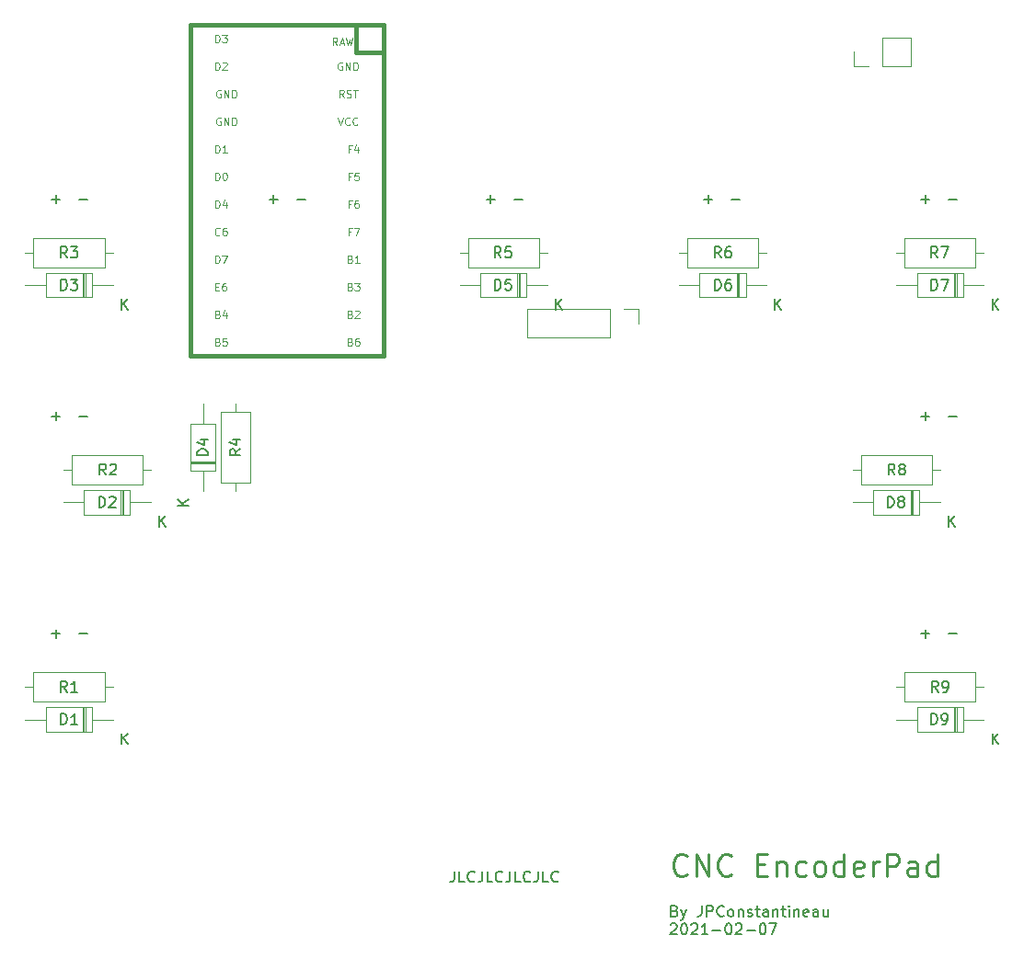
<source format=gbr>
G04 #@! TF.GenerationSoftware,KiCad,Pcbnew,(5.1.9)-1*
G04 #@! TF.CreationDate,2021-02-07T16:45:38-06:00*
G04 #@! TF.ProjectId,4x4_CNC_encoder_PCB,3478345f-434e-4435-9f65-6e636f646572,rev?*
G04 #@! TF.SameCoordinates,Original*
G04 #@! TF.FileFunction,Legend,Top*
G04 #@! TF.FilePolarity,Positive*
%FSLAX46Y46*%
G04 Gerber Fmt 4.6, Leading zero omitted, Abs format (unit mm)*
G04 Created by KiCad (PCBNEW (5.1.9)-1) date 2021-02-07 16:45:38*
%MOMM*%
%LPD*%
G01*
G04 APERTURE LIST*
%ADD10C,0.150000*%
%ADD11C,0.250000*%
%ADD12C,0.120000*%
%ADD13C,0.381000*%
%ADD14C,0.100000*%
G04 APERTURE END LIST*
D10*
X115668928Y-144103571D02*
X115811785Y-144151190D01*
X115859404Y-144198809D01*
X115907023Y-144294047D01*
X115907023Y-144436904D01*
X115859404Y-144532142D01*
X115811785Y-144579761D01*
X115716547Y-144627380D01*
X115335595Y-144627380D01*
X115335595Y-143627380D01*
X115668928Y-143627380D01*
X115764166Y-143675000D01*
X115811785Y-143722619D01*
X115859404Y-143817857D01*
X115859404Y-143913095D01*
X115811785Y-144008333D01*
X115764166Y-144055952D01*
X115668928Y-144103571D01*
X115335595Y-144103571D01*
X116240357Y-143960714D02*
X116478452Y-144627380D01*
X116716547Y-143960714D02*
X116478452Y-144627380D01*
X116383214Y-144865476D01*
X116335595Y-144913095D01*
X116240357Y-144960714D01*
X118145119Y-143627380D02*
X118145119Y-144341666D01*
X118097500Y-144484523D01*
X118002261Y-144579761D01*
X117859404Y-144627380D01*
X117764166Y-144627380D01*
X118621309Y-144627380D02*
X118621309Y-143627380D01*
X119002261Y-143627380D01*
X119097500Y-143675000D01*
X119145119Y-143722619D01*
X119192738Y-143817857D01*
X119192738Y-143960714D01*
X119145119Y-144055952D01*
X119097500Y-144103571D01*
X119002261Y-144151190D01*
X118621309Y-144151190D01*
X120192738Y-144532142D02*
X120145119Y-144579761D01*
X120002261Y-144627380D01*
X119907023Y-144627380D01*
X119764166Y-144579761D01*
X119668928Y-144484523D01*
X119621309Y-144389285D01*
X119573690Y-144198809D01*
X119573690Y-144055952D01*
X119621309Y-143865476D01*
X119668928Y-143770238D01*
X119764166Y-143675000D01*
X119907023Y-143627380D01*
X120002261Y-143627380D01*
X120145119Y-143675000D01*
X120192738Y-143722619D01*
X120764166Y-144627380D02*
X120668928Y-144579761D01*
X120621309Y-144532142D01*
X120573690Y-144436904D01*
X120573690Y-144151190D01*
X120621309Y-144055952D01*
X120668928Y-144008333D01*
X120764166Y-143960714D01*
X120907023Y-143960714D01*
X121002261Y-144008333D01*
X121049880Y-144055952D01*
X121097500Y-144151190D01*
X121097500Y-144436904D01*
X121049880Y-144532142D01*
X121002261Y-144579761D01*
X120907023Y-144627380D01*
X120764166Y-144627380D01*
X121526071Y-143960714D02*
X121526071Y-144627380D01*
X121526071Y-144055952D02*
X121573690Y-144008333D01*
X121668928Y-143960714D01*
X121811785Y-143960714D01*
X121907023Y-144008333D01*
X121954642Y-144103571D01*
X121954642Y-144627380D01*
X122383214Y-144579761D02*
X122478452Y-144627380D01*
X122668928Y-144627380D01*
X122764166Y-144579761D01*
X122811785Y-144484523D01*
X122811785Y-144436904D01*
X122764166Y-144341666D01*
X122668928Y-144294047D01*
X122526071Y-144294047D01*
X122430833Y-144246428D01*
X122383214Y-144151190D01*
X122383214Y-144103571D01*
X122430833Y-144008333D01*
X122526071Y-143960714D01*
X122668928Y-143960714D01*
X122764166Y-144008333D01*
X123097500Y-143960714D02*
X123478452Y-143960714D01*
X123240357Y-143627380D02*
X123240357Y-144484523D01*
X123287976Y-144579761D01*
X123383214Y-144627380D01*
X123478452Y-144627380D01*
X124240357Y-144627380D02*
X124240357Y-144103571D01*
X124192738Y-144008333D01*
X124097500Y-143960714D01*
X123907023Y-143960714D01*
X123811785Y-144008333D01*
X124240357Y-144579761D02*
X124145119Y-144627380D01*
X123907023Y-144627380D01*
X123811785Y-144579761D01*
X123764166Y-144484523D01*
X123764166Y-144389285D01*
X123811785Y-144294047D01*
X123907023Y-144246428D01*
X124145119Y-144246428D01*
X124240357Y-144198809D01*
X124716547Y-143960714D02*
X124716547Y-144627380D01*
X124716547Y-144055952D02*
X124764166Y-144008333D01*
X124859404Y-143960714D01*
X125002261Y-143960714D01*
X125097500Y-144008333D01*
X125145119Y-144103571D01*
X125145119Y-144627380D01*
X125478452Y-143960714D02*
X125859404Y-143960714D01*
X125621309Y-143627380D02*
X125621309Y-144484523D01*
X125668928Y-144579761D01*
X125764166Y-144627380D01*
X125859404Y-144627380D01*
X126192738Y-144627380D02*
X126192738Y-143960714D01*
X126192738Y-143627380D02*
X126145119Y-143675000D01*
X126192738Y-143722619D01*
X126240357Y-143675000D01*
X126192738Y-143627380D01*
X126192738Y-143722619D01*
X126668928Y-143960714D02*
X126668928Y-144627380D01*
X126668928Y-144055952D02*
X126716547Y-144008333D01*
X126811785Y-143960714D01*
X126954642Y-143960714D01*
X127049880Y-144008333D01*
X127097500Y-144103571D01*
X127097500Y-144627380D01*
X127954642Y-144579761D02*
X127859404Y-144627380D01*
X127668928Y-144627380D01*
X127573690Y-144579761D01*
X127526071Y-144484523D01*
X127526071Y-144103571D01*
X127573690Y-144008333D01*
X127668928Y-143960714D01*
X127859404Y-143960714D01*
X127954642Y-144008333D01*
X128002261Y-144103571D01*
X128002261Y-144198809D01*
X127526071Y-144294047D01*
X128859404Y-144627380D02*
X128859404Y-144103571D01*
X128811785Y-144008333D01*
X128716547Y-143960714D01*
X128526071Y-143960714D01*
X128430833Y-144008333D01*
X128859404Y-144579761D02*
X128764166Y-144627380D01*
X128526071Y-144627380D01*
X128430833Y-144579761D01*
X128383214Y-144484523D01*
X128383214Y-144389285D01*
X128430833Y-144294047D01*
X128526071Y-144246428D01*
X128764166Y-144246428D01*
X128859404Y-144198809D01*
X129764166Y-143960714D02*
X129764166Y-144627380D01*
X129335595Y-143960714D02*
X129335595Y-144484523D01*
X129383214Y-144579761D01*
X129478452Y-144627380D01*
X129621309Y-144627380D01*
X129716547Y-144579761D01*
X129764166Y-144532142D01*
X115287976Y-145372619D02*
X115335595Y-145325000D01*
X115430833Y-145277380D01*
X115668928Y-145277380D01*
X115764166Y-145325000D01*
X115811785Y-145372619D01*
X115859404Y-145467857D01*
X115859404Y-145563095D01*
X115811785Y-145705952D01*
X115240357Y-146277380D01*
X115859404Y-146277380D01*
X116478452Y-145277380D02*
X116573690Y-145277380D01*
X116668928Y-145325000D01*
X116716547Y-145372619D01*
X116764166Y-145467857D01*
X116811785Y-145658333D01*
X116811785Y-145896428D01*
X116764166Y-146086904D01*
X116716547Y-146182142D01*
X116668928Y-146229761D01*
X116573690Y-146277380D01*
X116478452Y-146277380D01*
X116383214Y-146229761D01*
X116335595Y-146182142D01*
X116287976Y-146086904D01*
X116240357Y-145896428D01*
X116240357Y-145658333D01*
X116287976Y-145467857D01*
X116335595Y-145372619D01*
X116383214Y-145325000D01*
X116478452Y-145277380D01*
X117192738Y-145372619D02*
X117240357Y-145325000D01*
X117335595Y-145277380D01*
X117573690Y-145277380D01*
X117668928Y-145325000D01*
X117716547Y-145372619D01*
X117764166Y-145467857D01*
X117764166Y-145563095D01*
X117716547Y-145705952D01*
X117145119Y-146277380D01*
X117764166Y-146277380D01*
X118716547Y-146277380D02*
X118145119Y-146277380D01*
X118430833Y-146277380D02*
X118430833Y-145277380D01*
X118335595Y-145420238D01*
X118240357Y-145515476D01*
X118145119Y-145563095D01*
X119145119Y-145896428D02*
X119907023Y-145896428D01*
X120573690Y-145277380D02*
X120668928Y-145277380D01*
X120764166Y-145325000D01*
X120811785Y-145372619D01*
X120859404Y-145467857D01*
X120907023Y-145658333D01*
X120907023Y-145896428D01*
X120859404Y-146086904D01*
X120811785Y-146182142D01*
X120764166Y-146229761D01*
X120668928Y-146277380D01*
X120573690Y-146277380D01*
X120478452Y-146229761D01*
X120430833Y-146182142D01*
X120383214Y-146086904D01*
X120335595Y-145896428D01*
X120335595Y-145658333D01*
X120383214Y-145467857D01*
X120430833Y-145372619D01*
X120478452Y-145325000D01*
X120573690Y-145277380D01*
X121287976Y-145372619D02*
X121335595Y-145325000D01*
X121430833Y-145277380D01*
X121668928Y-145277380D01*
X121764166Y-145325000D01*
X121811785Y-145372619D01*
X121859404Y-145467857D01*
X121859404Y-145563095D01*
X121811785Y-145705952D01*
X121240357Y-146277380D01*
X121859404Y-146277380D01*
X122287976Y-145896428D02*
X123049880Y-145896428D01*
X123716547Y-145277380D02*
X123811785Y-145277380D01*
X123907023Y-145325000D01*
X123954642Y-145372619D01*
X124002261Y-145467857D01*
X124049880Y-145658333D01*
X124049880Y-145896428D01*
X124002261Y-146086904D01*
X123954642Y-146182142D01*
X123907023Y-146229761D01*
X123811785Y-146277380D01*
X123716547Y-146277380D01*
X123621309Y-146229761D01*
X123573690Y-146182142D01*
X123526071Y-146086904D01*
X123478452Y-145896428D01*
X123478452Y-145658333D01*
X123526071Y-145467857D01*
X123573690Y-145372619D01*
X123621309Y-145325000D01*
X123716547Y-145277380D01*
X124383214Y-145277380D02*
X125049880Y-145277380D01*
X124621309Y-146277380D01*
D11*
X116781547Y-140714285D02*
X116686309Y-140809523D01*
X116400595Y-140904761D01*
X116210119Y-140904761D01*
X115924404Y-140809523D01*
X115733928Y-140619047D01*
X115638690Y-140428571D01*
X115543452Y-140047619D01*
X115543452Y-139761904D01*
X115638690Y-139380952D01*
X115733928Y-139190476D01*
X115924404Y-139000000D01*
X116210119Y-138904761D01*
X116400595Y-138904761D01*
X116686309Y-139000000D01*
X116781547Y-139095238D01*
X117638690Y-140904761D02*
X117638690Y-138904761D01*
X118781547Y-140904761D01*
X118781547Y-138904761D01*
X120876785Y-140714285D02*
X120781547Y-140809523D01*
X120495833Y-140904761D01*
X120305357Y-140904761D01*
X120019642Y-140809523D01*
X119829166Y-140619047D01*
X119733928Y-140428571D01*
X119638690Y-140047619D01*
X119638690Y-139761904D01*
X119733928Y-139380952D01*
X119829166Y-139190476D01*
X120019642Y-139000000D01*
X120305357Y-138904761D01*
X120495833Y-138904761D01*
X120781547Y-139000000D01*
X120876785Y-139095238D01*
X123257738Y-139857142D02*
X123924404Y-139857142D01*
X124210119Y-140904761D02*
X123257738Y-140904761D01*
X123257738Y-138904761D01*
X124210119Y-138904761D01*
X125067261Y-139571428D02*
X125067261Y-140904761D01*
X125067261Y-139761904D02*
X125162500Y-139666666D01*
X125352976Y-139571428D01*
X125638690Y-139571428D01*
X125829166Y-139666666D01*
X125924404Y-139857142D01*
X125924404Y-140904761D01*
X127733928Y-140809523D02*
X127543452Y-140904761D01*
X127162500Y-140904761D01*
X126972023Y-140809523D01*
X126876785Y-140714285D01*
X126781547Y-140523809D01*
X126781547Y-139952380D01*
X126876785Y-139761904D01*
X126972023Y-139666666D01*
X127162500Y-139571428D01*
X127543452Y-139571428D01*
X127733928Y-139666666D01*
X128876785Y-140904761D02*
X128686309Y-140809523D01*
X128591071Y-140714285D01*
X128495833Y-140523809D01*
X128495833Y-139952380D01*
X128591071Y-139761904D01*
X128686309Y-139666666D01*
X128876785Y-139571428D01*
X129162500Y-139571428D01*
X129352976Y-139666666D01*
X129448214Y-139761904D01*
X129543452Y-139952380D01*
X129543452Y-140523809D01*
X129448214Y-140714285D01*
X129352976Y-140809523D01*
X129162500Y-140904761D01*
X128876785Y-140904761D01*
X131257738Y-140904761D02*
X131257738Y-138904761D01*
X131257738Y-140809523D02*
X131067261Y-140904761D01*
X130686309Y-140904761D01*
X130495833Y-140809523D01*
X130400595Y-140714285D01*
X130305357Y-140523809D01*
X130305357Y-139952380D01*
X130400595Y-139761904D01*
X130495833Y-139666666D01*
X130686309Y-139571428D01*
X131067261Y-139571428D01*
X131257738Y-139666666D01*
X132972023Y-140809523D02*
X132781547Y-140904761D01*
X132400595Y-140904761D01*
X132210119Y-140809523D01*
X132114880Y-140619047D01*
X132114880Y-139857142D01*
X132210119Y-139666666D01*
X132400595Y-139571428D01*
X132781547Y-139571428D01*
X132972023Y-139666666D01*
X133067261Y-139857142D01*
X133067261Y-140047619D01*
X132114880Y-140238095D01*
X133924404Y-140904761D02*
X133924404Y-139571428D01*
X133924404Y-139952380D02*
X134019642Y-139761904D01*
X134114880Y-139666666D01*
X134305357Y-139571428D01*
X134495833Y-139571428D01*
X135162500Y-140904761D02*
X135162500Y-138904761D01*
X135924404Y-138904761D01*
X136114880Y-139000000D01*
X136210119Y-139095238D01*
X136305357Y-139285714D01*
X136305357Y-139571428D01*
X136210119Y-139761904D01*
X136114880Y-139857142D01*
X135924404Y-139952380D01*
X135162500Y-139952380D01*
X138019642Y-140904761D02*
X138019642Y-139857142D01*
X137924404Y-139666666D01*
X137733928Y-139571428D01*
X137352976Y-139571428D01*
X137162500Y-139666666D01*
X138019642Y-140809523D02*
X137829166Y-140904761D01*
X137352976Y-140904761D01*
X137162500Y-140809523D01*
X137067261Y-140619047D01*
X137067261Y-140428571D01*
X137162500Y-140238095D01*
X137352976Y-140142857D01*
X137829166Y-140142857D01*
X138019642Y-140047619D01*
X139829166Y-140904761D02*
X139829166Y-138904761D01*
X139829166Y-140809523D02*
X139638690Y-140904761D01*
X139257738Y-140904761D01*
X139067261Y-140809523D01*
X138972023Y-140714285D01*
X138876785Y-140523809D01*
X138876785Y-139952380D01*
X138972023Y-139761904D01*
X139067261Y-139666666D01*
X139257738Y-139571428D01*
X139638690Y-139571428D01*
X139829166Y-139666666D01*
D10*
X95380952Y-140452380D02*
X95380952Y-141166666D01*
X95333333Y-141309523D01*
X95238095Y-141404761D01*
X95095238Y-141452380D01*
X95000000Y-141452380D01*
X96333333Y-141452380D02*
X95857142Y-141452380D01*
X95857142Y-140452380D01*
X97238095Y-141357142D02*
X97190476Y-141404761D01*
X97047619Y-141452380D01*
X96952380Y-141452380D01*
X96809523Y-141404761D01*
X96714285Y-141309523D01*
X96666666Y-141214285D01*
X96619047Y-141023809D01*
X96619047Y-140880952D01*
X96666666Y-140690476D01*
X96714285Y-140595238D01*
X96809523Y-140500000D01*
X96952380Y-140452380D01*
X97047619Y-140452380D01*
X97190476Y-140500000D01*
X97238095Y-140547619D01*
X97952380Y-140452380D02*
X97952380Y-141166666D01*
X97904761Y-141309523D01*
X97809523Y-141404761D01*
X97666666Y-141452380D01*
X97571428Y-141452380D01*
X98904761Y-141452380D02*
X98428571Y-141452380D01*
X98428571Y-140452380D01*
X99809523Y-141357142D02*
X99761904Y-141404761D01*
X99619047Y-141452380D01*
X99523809Y-141452380D01*
X99380952Y-141404761D01*
X99285714Y-141309523D01*
X99238095Y-141214285D01*
X99190476Y-141023809D01*
X99190476Y-140880952D01*
X99238095Y-140690476D01*
X99285714Y-140595238D01*
X99380952Y-140500000D01*
X99523809Y-140452380D01*
X99619047Y-140452380D01*
X99761904Y-140500000D01*
X99809523Y-140547619D01*
X100523809Y-140452380D02*
X100523809Y-141166666D01*
X100476190Y-141309523D01*
X100380952Y-141404761D01*
X100238095Y-141452380D01*
X100142857Y-141452380D01*
X101476190Y-141452380D02*
X101000000Y-141452380D01*
X101000000Y-140452380D01*
X102380952Y-141357142D02*
X102333333Y-141404761D01*
X102190476Y-141452380D01*
X102095238Y-141452380D01*
X101952380Y-141404761D01*
X101857142Y-141309523D01*
X101809523Y-141214285D01*
X101761904Y-141023809D01*
X101761904Y-140880952D01*
X101809523Y-140690476D01*
X101857142Y-140595238D01*
X101952380Y-140500000D01*
X102095238Y-140452380D01*
X102190476Y-140452380D01*
X102333333Y-140500000D01*
X102380952Y-140547619D01*
X103095238Y-140452380D02*
X103095238Y-141166666D01*
X103047619Y-141309523D01*
X102952380Y-141404761D01*
X102809523Y-141452380D01*
X102714285Y-141452380D01*
X104047619Y-141452380D02*
X103571428Y-141452380D01*
X103571428Y-140452380D01*
X104952380Y-141357142D02*
X104904761Y-141404761D01*
X104761904Y-141452380D01*
X104666666Y-141452380D01*
X104523809Y-141404761D01*
X104428571Y-141309523D01*
X104380952Y-141214285D01*
X104333333Y-141023809D01*
X104333333Y-140880952D01*
X104380952Y-140690476D01*
X104428571Y-140595238D01*
X104523809Y-140500000D01*
X104666666Y-140452380D01*
X104761904Y-140452380D01*
X104904761Y-140500000D01*
X104952380Y-140547619D01*
D12*
X132170000Y-66330000D02*
X132170000Y-65000000D01*
X133500000Y-66330000D02*
X132170000Y-66330000D01*
X134770000Y-66330000D02*
X134770000Y-63670000D01*
X134770000Y-63670000D02*
X137370000Y-63670000D01*
X134770000Y-66330000D02*
X137370000Y-66330000D01*
X137370000Y-66330000D02*
X137370000Y-63670000D01*
X144120000Y-123500000D02*
X143350000Y-123500000D01*
X136040000Y-123500000D02*
X136810000Y-123500000D01*
X143350000Y-122130000D02*
X136810000Y-122130000D01*
X143350000Y-124870000D02*
X143350000Y-122130000D01*
X136810000Y-124870000D02*
X143350000Y-124870000D01*
X136810000Y-122130000D02*
X136810000Y-124870000D01*
X140120000Y-103500000D02*
X139350000Y-103500000D01*
X132040000Y-103500000D02*
X132810000Y-103500000D01*
X139350000Y-102130000D02*
X132810000Y-102130000D01*
X139350000Y-104870000D02*
X139350000Y-102130000D01*
X132810000Y-104870000D02*
X139350000Y-104870000D01*
X132810000Y-102130000D02*
X132810000Y-104870000D01*
X144120000Y-83500000D02*
X143350000Y-83500000D01*
X136040000Y-83500000D02*
X136810000Y-83500000D01*
X143350000Y-82130000D02*
X136810000Y-82130000D01*
X143350000Y-84870000D02*
X143350000Y-82130000D01*
X136810000Y-84870000D02*
X143350000Y-84870000D01*
X136810000Y-82130000D02*
X136810000Y-84870000D01*
X124120000Y-83500000D02*
X123350000Y-83500000D01*
X116040000Y-83500000D02*
X116810000Y-83500000D01*
X123350000Y-82130000D02*
X116810000Y-82130000D01*
X123350000Y-84870000D02*
X123350000Y-82130000D01*
X116810000Y-84870000D02*
X123350000Y-84870000D01*
X116810000Y-82130000D02*
X116810000Y-84870000D01*
X103960000Y-83500000D02*
X103190000Y-83500000D01*
X95880000Y-83500000D02*
X96650000Y-83500000D01*
X103190000Y-82130000D02*
X96650000Y-82130000D01*
X103190000Y-84870000D02*
X103190000Y-82130000D01*
X96650000Y-84870000D02*
X103190000Y-84870000D01*
X96650000Y-82130000D02*
X96650000Y-84870000D01*
X75250000Y-105460000D02*
X75250000Y-104690000D01*
X75250000Y-97380000D02*
X75250000Y-98150000D01*
X76620000Y-104690000D02*
X76620000Y-98150000D01*
X73880000Y-104690000D02*
X76620000Y-104690000D01*
X73880000Y-98150000D02*
X73880000Y-104690000D01*
X76620000Y-98150000D02*
X73880000Y-98150000D01*
X63960000Y-83500000D02*
X63190000Y-83500000D01*
X55880000Y-83500000D02*
X56650000Y-83500000D01*
X63190000Y-82130000D02*
X56650000Y-82130000D01*
X63190000Y-84870000D02*
X63190000Y-82130000D01*
X56650000Y-84870000D02*
X63190000Y-84870000D01*
X56650000Y-82130000D02*
X56650000Y-84870000D01*
X67460000Y-103500000D02*
X66690000Y-103500000D01*
X59380000Y-103500000D02*
X60150000Y-103500000D01*
X66690000Y-102130000D02*
X60150000Y-102130000D01*
X66690000Y-104870000D02*
X66690000Y-102130000D01*
X60150000Y-104870000D02*
X66690000Y-104870000D01*
X60150000Y-102130000D02*
X60150000Y-104870000D01*
X63960000Y-123500000D02*
X63190000Y-123500000D01*
X55880000Y-123500000D02*
X56650000Y-123500000D01*
X63190000Y-122130000D02*
X56650000Y-122130000D01*
X63190000Y-124870000D02*
X63190000Y-122130000D01*
X56650000Y-124870000D02*
X63190000Y-124870000D01*
X56650000Y-122130000D02*
X56650000Y-124870000D01*
X141600000Y-127620000D02*
X141600000Y-125380000D01*
X141360000Y-127620000D02*
X141360000Y-125380000D01*
X141480000Y-127620000D02*
X141480000Y-125380000D01*
X136040000Y-126500000D02*
X137960000Y-126500000D01*
X144120000Y-126500000D02*
X142200000Y-126500000D01*
X137960000Y-127620000D02*
X142200000Y-127620000D01*
X137960000Y-125380000D02*
X137960000Y-127620000D01*
X142200000Y-125380000D02*
X137960000Y-125380000D01*
X142200000Y-127620000D02*
X142200000Y-125380000D01*
X137600000Y-107620000D02*
X137600000Y-105380000D01*
X137360000Y-107620000D02*
X137360000Y-105380000D01*
X137480000Y-107620000D02*
X137480000Y-105380000D01*
X132040000Y-106500000D02*
X133960000Y-106500000D01*
X140120000Y-106500000D02*
X138200000Y-106500000D01*
X133960000Y-107620000D02*
X138200000Y-107620000D01*
X133960000Y-105380000D02*
X133960000Y-107620000D01*
X138200000Y-105380000D02*
X133960000Y-105380000D01*
X138200000Y-107620000D02*
X138200000Y-105380000D01*
X141600000Y-87620000D02*
X141600000Y-85380000D01*
X141360000Y-87620000D02*
X141360000Y-85380000D01*
X141480000Y-87620000D02*
X141480000Y-85380000D01*
X136040000Y-86500000D02*
X137960000Y-86500000D01*
X144120000Y-86500000D02*
X142200000Y-86500000D01*
X137960000Y-87620000D02*
X142200000Y-87620000D01*
X137960000Y-85380000D02*
X137960000Y-87620000D01*
X142200000Y-85380000D02*
X137960000Y-85380000D01*
X142200000Y-87620000D02*
X142200000Y-85380000D01*
X121600000Y-87620000D02*
X121600000Y-85380000D01*
X121360000Y-87620000D02*
X121360000Y-85380000D01*
X121480000Y-87620000D02*
X121480000Y-85380000D01*
X116040000Y-86500000D02*
X117960000Y-86500000D01*
X124120000Y-86500000D02*
X122200000Y-86500000D01*
X117960000Y-87620000D02*
X122200000Y-87620000D01*
X117960000Y-85380000D02*
X117960000Y-87620000D01*
X122200000Y-85380000D02*
X117960000Y-85380000D01*
X122200000Y-87620000D02*
X122200000Y-85380000D01*
X101440000Y-87620000D02*
X101440000Y-85380000D01*
X101200000Y-87620000D02*
X101200000Y-85380000D01*
X101320000Y-87620000D02*
X101320000Y-85380000D01*
X95880000Y-86500000D02*
X97800000Y-86500000D01*
X103960000Y-86500000D02*
X102040000Y-86500000D01*
X97800000Y-87620000D02*
X102040000Y-87620000D01*
X97800000Y-85380000D02*
X97800000Y-87620000D01*
X102040000Y-85380000D02*
X97800000Y-85380000D01*
X102040000Y-87620000D02*
X102040000Y-85380000D01*
X71130000Y-102940000D02*
X73370000Y-102940000D01*
X71130000Y-102700000D02*
X73370000Y-102700000D01*
X71130000Y-102820000D02*
X73370000Y-102820000D01*
X72250000Y-97380000D02*
X72250000Y-99300000D01*
X72250000Y-105460000D02*
X72250000Y-103540000D01*
X71130000Y-99300000D02*
X71130000Y-103540000D01*
X73370000Y-99300000D02*
X71130000Y-99300000D01*
X73370000Y-103540000D02*
X73370000Y-99300000D01*
X71130000Y-103540000D02*
X73370000Y-103540000D01*
X61440000Y-87620000D02*
X61440000Y-85380000D01*
X61200000Y-87620000D02*
X61200000Y-85380000D01*
X61320000Y-87620000D02*
X61320000Y-85380000D01*
X55880000Y-86500000D02*
X57800000Y-86500000D01*
X63960000Y-86500000D02*
X62040000Y-86500000D01*
X57800000Y-87620000D02*
X62040000Y-87620000D01*
X57800000Y-85380000D02*
X57800000Y-87620000D01*
X62040000Y-85380000D02*
X57800000Y-85380000D01*
X62040000Y-87620000D02*
X62040000Y-85380000D01*
X64940000Y-107620000D02*
X64940000Y-105380000D01*
X64700000Y-107620000D02*
X64700000Y-105380000D01*
X64820000Y-107620000D02*
X64820000Y-105380000D01*
X59380000Y-106500000D02*
X61300000Y-106500000D01*
X67460000Y-106500000D02*
X65540000Y-106500000D01*
X61300000Y-107620000D02*
X65540000Y-107620000D01*
X61300000Y-105380000D02*
X61300000Y-107620000D01*
X65540000Y-105380000D02*
X61300000Y-105380000D01*
X65540000Y-107620000D02*
X65540000Y-105380000D01*
X61440000Y-127620000D02*
X61440000Y-125380000D01*
X61200000Y-127620000D02*
X61200000Y-125380000D01*
X61320000Y-127620000D02*
X61320000Y-125380000D01*
X55880000Y-126500000D02*
X57800000Y-126500000D01*
X63960000Y-126500000D02*
X62040000Y-126500000D01*
X57800000Y-127620000D02*
X62040000Y-127620000D01*
X57800000Y-125380000D02*
X57800000Y-127620000D01*
X62040000Y-125380000D02*
X57800000Y-125380000D01*
X62040000Y-127620000D02*
X62040000Y-125380000D01*
D13*
X71110000Y-62534000D02*
X88890000Y-62534000D01*
X88890000Y-62534000D02*
X88890000Y-93014000D01*
X88890000Y-93014000D02*
X71110000Y-93014000D01*
X71110000Y-93014000D02*
X71110000Y-62534000D01*
X86350000Y-62534000D02*
X86350000Y-65074000D01*
X86350000Y-65074000D02*
X88890000Y-65074000D01*
D12*
X112330000Y-88670000D02*
X112330000Y-90000000D01*
X111000000Y-88670000D02*
X112330000Y-88670000D01*
X109730000Y-88670000D02*
X109730000Y-91330000D01*
X109730000Y-91330000D02*
X102050000Y-91330000D01*
X109730000Y-88670000D02*
X102050000Y-88670000D01*
X102050000Y-88670000D02*
X102050000Y-91330000D01*
D10*
X139913333Y-123952380D02*
X139580000Y-123476190D01*
X139341904Y-123952380D02*
X139341904Y-122952380D01*
X139722857Y-122952380D01*
X139818095Y-123000000D01*
X139865714Y-123047619D01*
X139913333Y-123142857D01*
X139913333Y-123285714D01*
X139865714Y-123380952D01*
X139818095Y-123428571D01*
X139722857Y-123476190D01*
X139341904Y-123476190D01*
X140389523Y-123952380D02*
X140580000Y-123952380D01*
X140675238Y-123904761D01*
X140722857Y-123857142D01*
X140818095Y-123714285D01*
X140865714Y-123523809D01*
X140865714Y-123142857D01*
X140818095Y-123047619D01*
X140770476Y-123000000D01*
X140675238Y-122952380D01*
X140484761Y-122952380D01*
X140389523Y-123000000D01*
X140341904Y-123047619D01*
X140294285Y-123142857D01*
X140294285Y-123380952D01*
X140341904Y-123476190D01*
X140389523Y-123523809D01*
X140484761Y-123571428D01*
X140675238Y-123571428D01*
X140770476Y-123523809D01*
X140818095Y-123476190D01*
X140865714Y-123380952D01*
X135913333Y-103952380D02*
X135580000Y-103476190D01*
X135341904Y-103952380D02*
X135341904Y-102952380D01*
X135722857Y-102952380D01*
X135818095Y-103000000D01*
X135865714Y-103047619D01*
X135913333Y-103142857D01*
X135913333Y-103285714D01*
X135865714Y-103380952D01*
X135818095Y-103428571D01*
X135722857Y-103476190D01*
X135341904Y-103476190D01*
X136484761Y-103380952D02*
X136389523Y-103333333D01*
X136341904Y-103285714D01*
X136294285Y-103190476D01*
X136294285Y-103142857D01*
X136341904Y-103047619D01*
X136389523Y-103000000D01*
X136484761Y-102952380D01*
X136675238Y-102952380D01*
X136770476Y-103000000D01*
X136818095Y-103047619D01*
X136865714Y-103142857D01*
X136865714Y-103190476D01*
X136818095Y-103285714D01*
X136770476Y-103333333D01*
X136675238Y-103380952D01*
X136484761Y-103380952D01*
X136389523Y-103428571D01*
X136341904Y-103476190D01*
X136294285Y-103571428D01*
X136294285Y-103761904D01*
X136341904Y-103857142D01*
X136389523Y-103904761D01*
X136484761Y-103952380D01*
X136675238Y-103952380D01*
X136770476Y-103904761D01*
X136818095Y-103857142D01*
X136865714Y-103761904D01*
X136865714Y-103571428D01*
X136818095Y-103476190D01*
X136770476Y-103428571D01*
X136675238Y-103380952D01*
X139833333Y-83952380D02*
X139500000Y-83476190D01*
X139261904Y-83952380D02*
X139261904Y-82952380D01*
X139642857Y-82952380D01*
X139738095Y-83000000D01*
X139785714Y-83047619D01*
X139833333Y-83142857D01*
X139833333Y-83285714D01*
X139785714Y-83380952D01*
X139738095Y-83428571D01*
X139642857Y-83476190D01*
X139261904Y-83476190D01*
X140166666Y-82952380D02*
X140833333Y-82952380D01*
X140404761Y-83952380D01*
X119913333Y-83952380D02*
X119580000Y-83476190D01*
X119341904Y-83952380D02*
X119341904Y-82952380D01*
X119722857Y-82952380D01*
X119818095Y-83000000D01*
X119865714Y-83047619D01*
X119913333Y-83142857D01*
X119913333Y-83285714D01*
X119865714Y-83380952D01*
X119818095Y-83428571D01*
X119722857Y-83476190D01*
X119341904Y-83476190D01*
X120770476Y-82952380D02*
X120580000Y-82952380D01*
X120484761Y-83000000D01*
X120437142Y-83047619D01*
X120341904Y-83190476D01*
X120294285Y-83380952D01*
X120294285Y-83761904D01*
X120341904Y-83857142D01*
X120389523Y-83904761D01*
X120484761Y-83952380D01*
X120675238Y-83952380D01*
X120770476Y-83904761D01*
X120818095Y-83857142D01*
X120865714Y-83761904D01*
X120865714Y-83523809D01*
X120818095Y-83428571D01*
X120770476Y-83380952D01*
X120675238Y-83333333D01*
X120484761Y-83333333D01*
X120389523Y-83380952D01*
X120341904Y-83428571D01*
X120294285Y-83523809D01*
X99673333Y-83952380D02*
X99340000Y-83476190D01*
X99101904Y-83952380D02*
X99101904Y-82952380D01*
X99482857Y-82952380D01*
X99578095Y-83000000D01*
X99625714Y-83047619D01*
X99673333Y-83142857D01*
X99673333Y-83285714D01*
X99625714Y-83380952D01*
X99578095Y-83428571D01*
X99482857Y-83476190D01*
X99101904Y-83476190D01*
X100578095Y-82952380D02*
X100101904Y-82952380D01*
X100054285Y-83428571D01*
X100101904Y-83380952D01*
X100197142Y-83333333D01*
X100435238Y-83333333D01*
X100530476Y-83380952D01*
X100578095Y-83428571D01*
X100625714Y-83523809D01*
X100625714Y-83761904D01*
X100578095Y-83857142D01*
X100530476Y-83904761D01*
X100435238Y-83952380D01*
X100197142Y-83952380D01*
X100101904Y-83904761D01*
X100054285Y-83857142D01*
X75702380Y-101586666D02*
X75226190Y-101920000D01*
X75702380Y-102158095D02*
X74702380Y-102158095D01*
X74702380Y-101777142D01*
X74750000Y-101681904D01*
X74797619Y-101634285D01*
X74892857Y-101586666D01*
X75035714Y-101586666D01*
X75130952Y-101634285D01*
X75178571Y-101681904D01*
X75226190Y-101777142D01*
X75226190Y-102158095D01*
X75035714Y-100729523D02*
X75702380Y-100729523D01*
X74654761Y-100967619D02*
X75369047Y-101205714D01*
X75369047Y-100586666D01*
X59753333Y-83952380D02*
X59420000Y-83476190D01*
X59181904Y-83952380D02*
X59181904Y-82952380D01*
X59562857Y-82952380D01*
X59658095Y-83000000D01*
X59705714Y-83047619D01*
X59753333Y-83142857D01*
X59753333Y-83285714D01*
X59705714Y-83380952D01*
X59658095Y-83428571D01*
X59562857Y-83476190D01*
X59181904Y-83476190D01*
X60086666Y-82952380D02*
X60705714Y-82952380D01*
X60372380Y-83333333D01*
X60515238Y-83333333D01*
X60610476Y-83380952D01*
X60658095Y-83428571D01*
X60705714Y-83523809D01*
X60705714Y-83761904D01*
X60658095Y-83857142D01*
X60610476Y-83904761D01*
X60515238Y-83952380D01*
X60229523Y-83952380D01*
X60134285Y-83904761D01*
X60086666Y-83857142D01*
X63333333Y-103952380D02*
X63000000Y-103476190D01*
X62761904Y-103952380D02*
X62761904Y-102952380D01*
X63142857Y-102952380D01*
X63238095Y-103000000D01*
X63285714Y-103047619D01*
X63333333Y-103142857D01*
X63333333Y-103285714D01*
X63285714Y-103380952D01*
X63238095Y-103428571D01*
X63142857Y-103476190D01*
X62761904Y-103476190D01*
X63714285Y-103047619D02*
X63761904Y-103000000D01*
X63857142Y-102952380D01*
X64095238Y-102952380D01*
X64190476Y-103000000D01*
X64238095Y-103047619D01*
X64285714Y-103142857D01*
X64285714Y-103238095D01*
X64238095Y-103380952D01*
X63666666Y-103952380D01*
X64285714Y-103952380D01*
X59753333Y-123952380D02*
X59420000Y-123476190D01*
X59181904Y-123952380D02*
X59181904Y-122952380D01*
X59562857Y-122952380D01*
X59658095Y-123000000D01*
X59705714Y-123047619D01*
X59753333Y-123142857D01*
X59753333Y-123285714D01*
X59705714Y-123380952D01*
X59658095Y-123428571D01*
X59562857Y-123476190D01*
X59181904Y-123476190D01*
X60705714Y-123952380D02*
X60134285Y-123952380D01*
X60420000Y-123952380D02*
X60420000Y-122952380D01*
X60324761Y-123095238D01*
X60229523Y-123190476D01*
X60134285Y-123238095D01*
X139261904Y-126952380D02*
X139261904Y-125952380D01*
X139500000Y-125952380D01*
X139642857Y-126000000D01*
X139738095Y-126095238D01*
X139785714Y-126190476D01*
X139833333Y-126380952D01*
X139833333Y-126523809D01*
X139785714Y-126714285D01*
X139738095Y-126809523D01*
X139642857Y-126904761D01*
X139500000Y-126952380D01*
X139261904Y-126952380D01*
X140309523Y-126952380D02*
X140500000Y-126952380D01*
X140595238Y-126904761D01*
X140642857Y-126857142D01*
X140738095Y-126714285D01*
X140785714Y-126523809D01*
X140785714Y-126142857D01*
X140738095Y-126047619D01*
X140690476Y-126000000D01*
X140595238Y-125952380D01*
X140404761Y-125952380D01*
X140309523Y-126000000D01*
X140261904Y-126047619D01*
X140214285Y-126142857D01*
X140214285Y-126380952D01*
X140261904Y-126476190D01*
X140309523Y-126523809D01*
X140404761Y-126571428D01*
X140595238Y-126571428D01*
X140690476Y-126523809D01*
X140738095Y-126476190D01*
X140785714Y-126380952D01*
X144898095Y-128752380D02*
X144898095Y-127752380D01*
X145469523Y-128752380D02*
X145040952Y-128180952D01*
X145469523Y-127752380D02*
X144898095Y-128323809D01*
X135261904Y-106952380D02*
X135261904Y-105952380D01*
X135500000Y-105952380D01*
X135642857Y-106000000D01*
X135738095Y-106095238D01*
X135785714Y-106190476D01*
X135833333Y-106380952D01*
X135833333Y-106523809D01*
X135785714Y-106714285D01*
X135738095Y-106809523D01*
X135642857Y-106904761D01*
X135500000Y-106952380D01*
X135261904Y-106952380D01*
X136404761Y-106380952D02*
X136309523Y-106333333D01*
X136261904Y-106285714D01*
X136214285Y-106190476D01*
X136214285Y-106142857D01*
X136261904Y-106047619D01*
X136309523Y-106000000D01*
X136404761Y-105952380D01*
X136595238Y-105952380D01*
X136690476Y-106000000D01*
X136738095Y-106047619D01*
X136785714Y-106142857D01*
X136785714Y-106190476D01*
X136738095Y-106285714D01*
X136690476Y-106333333D01*
X136595238Y-106380952D01*
X136404761Y-106380952D01*
X136309523Y-106428571D01*
X136261904Y-106476190D01*
X136214285Y-106571428D01*
X136214285Y-106761904D01*
X136261904Y-106857142D01*
X136309523Y-106904761D01*
X136404761Y-106952380D01*
X136595238Y-106952380D01*
X136690476Y-106904761D01*
X136738095Y-106857142D01*
X136785714Y-106761904D01*
X136785714Y-106571428D01*
X136738095Y-106476190D01*
X136690476Y-106428571D01*
X136595238Y-106380952D01*
X140898095Y-108752380D02*
X140898095Y-107752380D01*
X141469523Y-108752380D02*
X141040952Y-108180952D01*
X141469523Y-107752380D02*
X140898095Y-108323809D01*
X139261904Y-86952380D02*
X139261904Y-85952380D01*
X139500000Y-85952380D01*
X139642857Y-86000000D01*
X139738095Y-86095238D01*
X139785714Y-86190476D01*
X139833333Y-86380952D01*
X139833333Y-86523809D01*
X139785714Y-86714285D01*
X139738095Y-86809523D01*
X139642857Y-86904761D01*
X139500000Y-86952380D01*
X139261904Y-86952380D01*
X140166666Y-85952380D02*
X140833333Y-85952380D01*
X140404761Y-86952380D01*
X144898095Y-88752380D02*
X144898095Y-87752380D01*
X145469523Y-88752380D02*
X145040952Y-88180952D01*
X145469523Y-87752380D02*
X144898095Y-88323809D01*
X119341904Y-86952380D02*
X119341904Y-85952380D01*
X119580000Y-85952380D01*
X119722857Y-86000000D01*
X119818095Y-86095238D01*
X119865714Y-86190476D01*
X119913333Y-86380952D01*
X119913333Y-86523809D01*
X119865714Y-86714285D01*
X119818095Y-86809523D01*
X119722857Y-86904761D01*
X119580000Y-86952380D01*
X119341904Y-86952380D01*
X120770476Y-85952380D02*
X120580000Y-85952380D01*
X120484761Y-86000000D01*
X120437142Y-86047619D01*
X120341904Y-86190476D01*
X120294285Y-86380952D01*
X120294285Y-86761904D01*
X120341904Y-86857142D01*
X120389523Y-86904761D01*
X120484761Y-86952380D01*
X120675238Y-86952380D01*
X120770476Y-86904761D01*
X120818095Y-86857142D01*
X120865714Y-86761904D01*
X120865714Y-86523809D01*
X120818095Y-86428571D01*
X120770476Y-86380952D01*
X120675238Y-86333333D01*
X120484761Y-86333333D01*
X120389523Y-86380952D01*
X120341904Y-86428571D01*
X120294285Y-86523809D01*
X124898095Y-88752380D02*
X124898095Y-87752380D01*
X125469523Y-88752380D02*
X125040952Y-88180952D01*
X125469523Y-87752380D02*
X124898095Y-88323809D01*
X99101904Y-86952380D02*
X99101904Y-85952380D01*
X99340000Y-85952380D01*
X99482857Y-86000000D01*
X99578095Y-86095238D01*
X99625714Y-86190476D01*
X99673333Y-86380952D01*
X99673333Y-86523809D01*
X99625714Y-86714285D01*
X99578095Y-86809523D01*
X99482857Y-86904761D01*
X99340000Y-86952380D01*
X99101904Y-86952380D01*
X100578095Y-85952380D02*
X100101904Y-85952380D01*
X100054285Y-86428571D01*
X100101904Y-86380952D01*
X100197142Y-86333333D01*
X100435238Y-86333333D01*
X100530476Y-86380952D01*
X100578095Y-86428571D01*
X100625714Y-86523809D01*
X100625714Y-86761904D01*
X100578095Y-86857142D01*
X100530476Y-86904761D01*
X100435238Y-86952380D01*
X100197142Y-86952380D01*
X100101904Y-86904761D01*
X100054285Y-86857142D01*
X104738095Y-88752380D02*
X104738095Y-87752380D01*
X105309523Y-88752380D02*
X104880952Y-88180952D01*
X105309523Y-87752380D02*
X104738095Y-88323809D01*
X72702380Y-102158095D02*
X71702380Y-102158095D01*
X71702380Y-101920000D01*
X71750000Y-101777142D01*
X71845238Y-101681904D01*
X71940476Y-101634285D01*
X72130952Y-101586666D01*
X72273809Y-101586666D01*
X72464285Y-101634285D01*
X72559523Y-101681904D01*
X72654761Y-101777142D01*
X72702380Y-101920000D01*
X72702380Y-102158095D01*
X72035714Y-100729523D02*
X72702380Y-100729523D01*
X71654761Y-100967619D02*
X72369047Y-101205714D01*
X72369047Y-100586666D01*
X70902380Y-106761904D02*
X69902380Y-106761904D01*
X70902380Y-106190476D02*
X70330952Y-106619047D01*
X69902380Y-106190476D02*
X70473809Y-106761904D01*
X59181904Y-86952380D02*
X59181904Y-85952380D01*
X59420000Y-85952380D01*
X59562857Y-86000000D01*
X59658095Y-86095238D01*
X59705714Y-86190476D01*
X59753333Y-86380952D01*
X59753333Y-86523809D01*
X59705714Y-86714285D01*
X59658095Y-86809523D01*
X59562857Y-86904761D01*
X59420000Y-86952380D01*
X59181904Y-86952380D01*
X60086666Y-85952380D02*
X60705714Y-85952380D01*
X60372380Y-86333333D01*
X60515238Y-86333333D01*
X60610476Y-86380952D01*
X60658095Y-86428571D01*
X60705714Y-86523809D01*
X60705714Y-86761904D01*
X60658095Y-86857142D01*
X60610476Y-86904761D01*
X60515238Y-86952380D01*
X60229523Y-86952380D01*
X60134285Y-86904761D01*
X60086666Y-86857142D01*
X64738095Y-88752380D02*
X64738095Y-87752380D01*
X65309523Y-88752380D02*
X64880952Y-88180952D01*
X65309523Y-87752380D02*
X64738095Y-88323809D01*
X62681904Y-106952380D02*
X62681904Y-105952380D01*
X62920000Y-105952380D01*
X63062857Y-106000000D01*
X63158095Y-106095238D01*
X63205714Y-106190476D01*
X63253333Y-106380952D01*
X63253333Y-106523809D01*
X63205714Y-106714285D01*
X63158095Y-106809523D01*
X63062857Y-106904761D01*
X62920000Y-106952380D01*
X62681904Y-106952380D01*
X63634285Y-106047619D02*
X63681904Y-106000000D01*
X63777142Y-105952380D01*
X64015238Y-105952380D01*
X64110476Y-106000000D01*
X64158095Y-106047619D01*
X64205714Y-106142857D01*
X64205714Y-106238095D01*
X64158095Y-106380952D01*
X63586666Y-106952380D01*
X64205714Y-106952380D01*
X68238095Y-108752380D02*
X68238095Y-107752380D01*
X68809523Y-108752380D02*
X68380952Y-108180952D01*
X68809523Y-107752380D02*
X68238095Y-108323809D01*
X59181904Y-126952380D02*
X59181904Y-125952380D01*
X59420000Y-125952380D01*
X59562857Y-126000000D01*
X59658095Y-126095238D01*
X59705714Y-126190476D01*
X59753333Y-126380952D01*
X59753333Y-126523809D01*
X59705714Y-126714285D01*
X59658095Y-126809523D01*
X59562857Y-126904761D01*
X59420000Y-126952380D01*
X59181904Y-126952380D01*
X60705714Y-126952380D02*
X60134285Y-126952380D01*
X60420000Y-126952380D02*
X60420000Y-125952380D01*
X60324761Y-126095238D01*
X60229523Y-126190476D01*
X60134285Y-126238095D01*
X64738095Y-128752380D02*
X64738095Y-127752380D01*
X65309523Y-128752380D02*
X64880952Y-128180952D01*
X65309523Y-127752380D02*
X64738095Y-128323809D01*
X140889047Y-118571428D02*
X141650952Y-118571428D01*
X138349047Y-118571428D02*
X139110952Y-118571428D01*
X138730000Y-118952380D02*
X138730000Y-118190476D01*
X140889047Y-98571428D02*
X141650952Y-98571428D01*
X138349047Y-98571428D02*
X139110952Y-98571428D01*
X138730000Y-98952380D02*
X138730000Y-98190476D01*
X140889047Y-78571428D02*
X141650952Y-78571428D01*
X138349047Y-78571428D02*
X139110952Y-78571428D01*
X138730000Y-78952380D02*
X138730000Y-78190476D01*
X120889047Y-78571428D02*
X121650952Y-78571428D01*
X118349047Y-78571428D02*
X119110952Y-78571428D01*
X118730000Y-78952380D02*
X118730000Y-78190476D01*
X100889047Y-78571428D02*
X101650952Y-78571428D01*
X98349047Y-78571428D02*
X99110952Y-78571428D01*
X98730000Y-78952380D02*
X98730000Y-78190476D01*
X80889047Y-78571428D02*
X81650952Y-78571428D01*
X78349047Y-78571428D02*
X79110952Y-78571428D01*
X78730000Y-78952380D02*
X78730000Y-78190476D01*
X60889047Y-78571428D02*
X61650952Y-78571428D01*
X58349047Y-78571428D02*
X59110952Y-78571428D01*
X58730000Y-78952380D02*
X58730000Y-78190476D01*
X60889047Y-98571428D02*
X61650952Y-98571428D01*
X58349047Y-98571428D02*
X59110952Y-98571428D01*
X58730000Y-98952380D02*
X58730000Y-98190476D01*
X60889047Y-118571428D02*
X61650952Y-118571428D01*
X58349047Y-118571428D02*
X59110952Y-118571428D01*
X58730000Y-118952380D02*
X58730000Y-118190476D01*
D14*
X73620666Y-91694000D02*
X73720666Y-91727333D01*
X73754000Y-91760666D01*
X73787333Y-91827333D01*
X73787333Y-91927333D01*
X73754000Y-91994000D01*
X73720666Y-92027333D01*
X73654000Y-92060666D01*
X73387333Y-92060666D01*
X73387333Y-91360666D01*
X73620666Y-91360666D01*
X73687333Y-91394000D01*
X73720666Y-91427333D01*
X73754000Y-91494000D01*
X73754000Y-91560666D01*
X73720666Y-91627333D01*
X73687333Y-91660666D01*
X73620666Y-91694000D01*
X73387333Y-91694000D01*
X74420666Y-91360666D02*
X74087333Y-91360666D01*
X74054000Y-91694000D01*
X74087333Y-91660666D01*
X74154000Y-91627333D01*
X74320666Y-91627333D01*
X74387333Y-91660666D01*
X74420666Y-91694000D01*
X74454000Y-91760666D01*
X74454000Y-91927333D01*
X74420666Y-91994000D01*
X74387333Y-92027333D01*
X74320666Y-92060666D01*
X74154000Y-92060666D01*
X74087333Y-92027333D01*
X74054000Y-91994000D01*
X73620666Y-89154000D02*
X73720666Y-89187333D01*
X73754000Y-89220666D01*
X73787333Y-89287333D01*
X73787333Y-89387333D01*
X73754000Y-89454000D01*
X73720666Y-89487333D01*
X73654000Y-89520666D01*
X73387333Y-89520666D01*
X73387333Y-88820666D01*
X73620666Y-88820666D01*
X73687333Y-88854000D01*
X73720666Y-88887333D01*
X73754000Y-88954000D01*
X73754000Y-89020666D01*
X73720666Y-89087333D01*
X73687333Y-89120666D01*
X73620666Y-89154000D01*
X73387333Y-89154000D01*
X74387333Y-89054000D02*
X74387333Y-89520666D01*
X74220666Y-88787333D02*
X74054000Y-89287333D01*
X74487333Y-89287333D01*
X73420666Y-86614000D02*
X73654000Y-86614000D01*
X73754000Y-86980666D02*
X73420666Y-86980666D01*
X73420666Y-86280666D01*
X73754000Y-86280666D01*
X74354000Y-86280666D02*
X74220666Y-86280666D01*
X74154000Y-86314000D01*
X74120666Y-86347333D01*
X74054000Y-86447333D01*
X74020666Y-86580666D01*
X74020666Y-86847333D01*
X74054000Y-86914000D01*
X74087333Y-86947333D01*
X74154000Y-86980666D01*
X74287333Y-86980666D01*
X74354000Y-86947333D01*
X74387333Y-86914000D01*
X74420666Y-86847333D01*
X74420666Y-86680666D01*
X74387333Y-86614000D01*
X74354000Y-86580666D01*
X74287333Y-86547333D01*
X74154000Y-86547333D01*
X74087333Y-86580666D01*
X74054000Y-86614000D01*
X74020666Y-86680666D01*
X73387333Y-84440666D02*
X73387333Y-83740666D01*
X73554000Y-83740666D01*
X73654000Y-83774000D01*
X73720666Y-83840666D01*
X73754000Y-83907333D01*
X73787333Y-84040666D01*
X73787333Y-84140666D01*
X73754000Y-84274000D01*
X73720666Y-84340666D01*
X73654000Y-84407333D01*
X73554000Y-84440666D01*
X73387333Y-84440666D01*
X74020666Y-83740666D02*
X74487333Y-83740666D01*
X74187333Y-84440666D01*
X73787333Y-81834000D02*
X73754000Y-81867333D01*
X73654000Y-81900666D01*
X73587333Y-81900666D01*
X73487333Y-81867333D01*
X73420666Y-81800666D01*
X73387333Y-81734000D01*
X73354000Y-81600666D01*
X73354000Y-81500666D01*
X73387333Y-81367333D01*
X73420666Y-81300666D01*
X73487333Y-81234000D01*
X73587333Y-81200666D01*
X73654000Y-81200666D01*
X73754000Y-81234000D01*
X73787333Y-81267333D01*
X74387333Y-81200666D02*
X74254000Y-81200666D01*
X74187333Y-81234000D01*
X74154000Y-81267333D01*
X74087333Y-81367333D01*
X74054000Y-81500666D01*
X74054000Y-81767333D01*
X74087333Y-81834000D01*
X74120666Y-81867333D01*
X74187333Y-81900666D01*
X74320666Y-81900666D01*
X74387333Y-81867333D01*
X74420666Y-81834000D01*
X74454000Y-81767333D01*
X74454000Y-81600666D01*
X74420666Y-81534000D01*
X74387333Y-81500666D01*
X74320666Y-81467333D01*
X74187333Y-81467333D01*
X74120666Y-81500666D01*
X74087333Y-81534000D01*
X74054000Y-81600666D01*
X73387333Y-79360666D02*
X73387333Y-78660666D01*
X73554000Y-78660666D01*
X73654000Y-78694000D01*
X73720666Y-78760666D01*
X73754000Y-78827333D01*
X73787333Y-78960666D01*
X73787333Y-79060666D01*
X73754000Y-79194000D01*
X73720666Y-79260666D01*
X73654000Y-79327333D01*
X73554000Y-79360666D01*
X73387333Y-79360666D01*
X74387333Y-78894000D02*
X74387333Y-79360666D01*
X74220666Y-78627333D02*
X74054000Y-79127333D01*
X74487333Y-79127333D01*
X73387333Y-76820666D02*
X73387333Y-76120666D01*
X73554000Y-76120666D01*
X73654000Y-76154000D01*
X73720666Y-76220666D01*
X73754000Y-76287333D01*
X73787333Y-76420666D01*
X73787333Y-76520666D01*
X73754000Y-76654000D01*
X73720666Y-76720666D01*
X73654000Y-76787333D01*
X73554000Y-76820666D01*
X73387333Y-76820666D01*
X74220666Y-76120666D02*
X74287333Y-76120666D01*
X74354000Y-76154000D01*
X74387333Y-76187333D01*
X74420666Y-76254000D01*
X74454000Y-76387333D01*
X74454000Y-76554000D01*
X74420666Y-76687333D01*
X74387333Y-76754000D01*
X74354000Y-76787333D01*
X74287333Y-76820666D01*
X74220666Y-76820666D01*
X74154000Y-76787333D01*
X74120666Y-76754000D01*
X74087333Y-76687333D01*
X74054000Y-76554000D01*
X74054000Y-76387333D01*
X74087333Y-76254000D01*
X74120666Y-76187333D01*
X74154000Y-76154000D01*
X74220666Y-76120666D01*
X73387333Y-74280666D02*
X73387333Y-73580666D01*
X73554000Y-73580666D01*
X73654000Y-73614000D01*
X73720666Y-73680666D01*
X73754000Y-73747333D01*
X73787333Y-73880666D01*
X73787333Y-73980666D01*
X73754000Y-74114000D01*
X73720666Y-74180666D01*
X73654000Y-74247333D01*
X73554000Y-74280666D01*
X73387333Y-74280666D01*
X74454000Y-74280666D02*
X74054000Y-74280666D01*
X74254000Y-74280666D02*
X74254000Y-73580666D01*
X74187333Y-73680666D01*
X74120666Y-73747333D01*
X74054000Y-73780666D01*
X73878666Y-71074000D02*
X73812000Y-71040666D01*
X73712000Y-71040666D01*
X73612000Y-71074000D01*
X73545333Y-71140666D01*
X73512000Y-71207333D01*
X73478666Y-71340666D01*
X73478666Y-71440666D01*
X73512000Y-71574000D01*
X73545333Y-71640666D01*
X73612000Y-71707333D01*
X73712000Y-71740666D01*
X73778666Y-71740666D01*
X73878666Y-71707333D01*
X73912000Y-71674000D01*
X73912000Y-71440666D01*
X73778666Y-71440666D01*
X74212000Y-71740666D02*
X74212000Y-71040666D01*
X74612000Y-71740666D01*
X74612000Y-71040666D01*
X74945333Y-71740666D02*
X74945333Y-71040666D01*
X75112000Y-71040666D01*
X75212000Y-71074000D01*
X75278666Y-71140666D01*
X75312000Y-71207333D01*
X75345333Y-71340666D01*
X75345333Y-71440666D01*
X75312000Y-71574000D01*
X75278666Y-71640666D01*
X75212000Y-71707333D01*
X75112000Y-71740666D01*
X74945333Y-71740666D01*
X73878666Y-68534000D02*
X73812000Y-68500666D01*
X73712000Y-68500666D01*
X73612000Y-68534000D01*
X73545333Y-68600666D01*
X73512000Y-68667333D01*
X73478666Y-68800666D01*
X73478666Y-68900666D01*
X73512000Y-69034000D01*
X73545333Y-69100666D01*
X73612000Y-69167333D01*
X73712000Y-69200666D01*
X73778666Y-69200666D01*
X73878666Y-69167333D01*
X73912000Y-69134000D01*
X73912000Y-68900666D01*
X73778666Y-68900666D01*
X74212000Y-69200666D02*
X74212000Y-68500666D01*
X74612000Y-69200666D01*
X74612000Y-68500666D01*
X74945333Y-69200666D02*
X74945333Y-68500666D01*
X75112000Y-68500666D01*
X75212000Y-68534000D01*
X75278666Y-68600666D01*
X75312000Y-68667333D01*
X75345333Y-68800666D01*
X75345333Y-68900666D01*
X75312000Y-69034000D01*
X75278666Y-69100666D01*
X75212000Y-69167333D01*
X75112000Y-69200666D01*
X74945333Y-69200666D01*
X73387333Y-66660666D02*
X73387333Y-65960666D01*
X73554000Y-65960666D01*
X73654000Y-65994000D01*
X73720666Y-66060666D01*
X73754000Y-66127333D01*
X73787333Y-66260666D01*
X73787333Y-66360666D01*
X73754000Y-66494000D01*
X73720666Y-66560666D01*
X73654000Y-66627333D01*
X73554000Y-66660666D01*
X73387333Y-66660666D01*
X74054000Y-66027333D02*
X74087333Y-65994000D01*
X74154000Y-65960666D01*
X74320666Y-65960666D01*
X74387333Y-65994000D01*
X74420666Y-66027333D01*
X74454000Y-66094000D01*
X74454000Y-66160666D01*
X74420666Y-66260666D01*
X74020666Y-66660666D01*
X74454000Y-66660666D01*
X73387333Y-64120666D02*
X73387333Y-63420666D01*
X73554000Y-63420666D01*
X73654000Y-63454000D01*
X73720666Y-63520666D01*
X73754000Y-63587333D01*
X73787333Y-63720666D01*
X73787333Y-63820666D01*
X73754000Y-63954000D01*
X73720666Y-64020666D01*
X73654000Y-64087333D01*
X73554000Y-64120666D01*
X73387333Y-64120666D01*
X74020666Y-63420666D02*
X74454000Y-63420666D01*
X74220666Y-63687333D01*
X74320666Y-63687333D01*
X74387333Y-63720666D01*
X74420666Y-63754000D01*
X74454000Y-63820666D01*
X74454000Y-63987333D01*
X74420666Y-64054000D01*
X74387333Y-64087333D01*
X74320666Y-64120666D01*
X74120666Y-64120666D01*
X74054000Y-64087333D01*
X74020666Y-64054000D01*
X85812666Y-91694000D02*
X85912666Y-91727333D01*
X85946000Y-91760666D01*
X85979333Y-91827333D01*
X85979333Y-91927333D01*
X85946000Y-91994000D01*
X85912666Y-92027333D01*
X85846000Y-92060666D01*
X85579333Y-92060666D01*
X85579333Y-91360666D01*
X85812666Y-91360666D01*
X85879333Y-91394000D01*
X85912666Y-91427333D01*
X85946000Y-91494000D01*
X85946000Y-91560666D01*
X85912666Y-91627333D01*
X85879333Y-91660666D01*
X85812666Y-91694000D01*
X85579333Y-91694000D01*
X86579333Y-91360666D02*
X86446000Y-91360666D01*
X86379333Y-91394000D01*
X86346000Y-91427333D01*
X86279333Y-91527333D01*
X86246000Y-91660666D01*
X86246000Y-91927333D01*
X86279333Y-91994000D01*
X86312666Y-92027333D01*
X86379333Y-92060666D01*
X86512666Y-92060666D01*
X86579333Y-92027333D01*
X86612666Y-91994000D01*
X86646000Y-91927333D01*
X86646000Y-91760666D01*
X86612666Y-91694000D01*
X86579333Y-91660666D01*
X86512666Y-91627333D01*
X86379333Y-91627333D01*
X86312666Y-91660666D01*
X86279333Y-91694000D01*
X86246000Y-91760666D01*
X85812666Y-89154000D02*
X85912666Y-89187333D01*
X85946000Y-89220666D01*
X85979333Y-89287333D01*
X85979333Y-89387333D01*
X85946000Y-89454000D01*
X85912666Y-89487333D01*
X85846000Y-89520666D01*
X85579333Y-89520666D01*
X85579333Y-88820666D01*
X85812666Y-88820666D01*
X85879333Y-88854000D01*
X85912666Y-88887333D01*
X85946000Y-88954000D01*
X85946000Y-89020666D01*
X85912666Y-89087333D01*
X85879333Y-89120666D01*
X85812666Y-89154000D01*
X85579333Y-89154000D01*
X86246000Y-88887333D02*
X86279333Y-88854000D01*
X86346000Y-88820666D01*
X86512666Y-88820666D01*
X86579333Y-88854000D01*
X86612666Y-88887333D01*
X86646000Y-88954000D01*
X86646000Y-89020666D01*
X86612666Y-89120666D01*
X86212666Y-89520666D01*
X86646000Y-89520666D01*
X85812666Y-86614000D02*
X85912666Y-86647333D01*
X85946000Y-86680666D01*
X85979333Y-86747333D01*
X85979333Y-86847333D01*
X85946000Y-86914000D01*
X85912666Y-86947333D01*
X85846000Y-86980666D01*
X85579333Y-86980666D01*
X85579333Y-86280666D01*
X85812666Y-86280666D01*
X85879333Y-86314000D01*
X85912666Y-86347333D01*
X85946000Y-86414000D01*
X85946000Y-86480666D01*
X85912666Y-86547333D01*
X85879333Y-86580666D01*
X85812666Y-86614000D01*
X85579333Y-86614000D01*
X86212666Y-86280666D02*
X86646000Y-86280666D01*
X86412666Y-86547333D01*
X86512666Y-86547333D01*
X86579333Y-86580666D01*
X86612666Y-86614000D01*
X86646000Y-86680666D01*
X86646000Y-86847333D01*
X86612666Y-86914000D01*
X86579333Y-86947333D01*
X86512666Y-86980666D01*
X86312666Y-86980666D01*
X86246000Y-86947333D01*
X86212666Y-86914000D01*
X85812666Y-84074000D02*
X85912666Y-84107333D01*
X85946000Y-84140666D01*
X85979333Y-84207333D01*
X85979333Y-84307333D01*
X85946000Y-84374000D01*
X85912666Y-84407333D01*
X85846000Y-84440666D01*
X85579333Y-84440666D01*
X85579333Y-83740666D01*
X85812666Y-83740666D01*
X85879333Y-83774000D01*
X85912666Y-83807333D01*
X85946000Y-83874000D01*
X85946000Y-83940666D01*
X85912666Y-84007333D01*
X85879333Y-84040666D01*
X85812666Y-84074000D01*
X85579333Y-84074000D01*
X86646000Y-84440666D02*
X86246000Y-84440666D01*
X86446000Y-84440666D02*
X86446000Y-83740666D01*
X86379333Y-83840666D01*
X86312666Y-83907333D01*
X86246000Y-83940666D01*
X85862666Y-78994000D02*
X85629333Y-78994000D01*
X85629333Y-79360666D02*
X85629333Y-78660666D01*
X85962666Y-78660666D01*
X86529333Y-78660666D02*
X86396000Y-78660666D01*
X86329333Y-78694000D01*
X86296000Y-78727333D01*
X86229333Y-78827333D01*
X86196000Y-78960666D01*
X86196000Y-79227333D01*
X86229333Y-79294000D01*
X86262666Y-79327333D01*
X86329333Y-79360666D01*
X86462666Y-79360666D01*
X86529333Y-79327333D01*
X86562666Y-79294000D01*
X86596000Y-79227333D01*
X86596000Y-79060666D01*
X86562666Y-78994000D01*
X86529333Y-78960666D01*
X86462666Y-78927333D01*
X86329333Y-78927333D01*
X86262666Y-78960666D01*
X86229333Y-78994000D01*
X86196000Y-79060666D01*
X85862666Y-81534000D02*
X85629333Y-81534000D01*
X85629333Y-81900666D02*
X85629333Y-81200666D01*
X85962666Y-81200666D01*
X86162666Y-81200666D02*
X86629333Y-81200666D01*
X86329333Y-81900666D01*
X85862666Y-76454000D02*
X85629333Y-76454000D01*
X85629333Y-76820666D02*
X85629333Y-76120666D01*
X85962666Y-76120666D01*
X86562666Y-76120666D02*
X86229333Y-76120666D01*
X86196000Y-76454000D01*
X86229333Y-76420666D01*
X86296000Y-76387333D01*
X86462666Y-76387333D01*
X86529333Y-76420666D01*
X86562666Y-76454000D01*
X86596000Y-76520666D01*
X86596000Y-76687333D01*
X86562666Y-76754000D01*
X86529333Y-76787333D01*
X86462666Y-76820666D01*
X86296000Y-76820666D01*
X86229333Y-76787333D01*
X86196000Y-76754000D01*
X85862666Y-73914000D02*
X85629333Y-73914000D01*
X85629333Y-74280666D02*
X85629333Y-73580666D01*
X85962666Y-73580666D01*
X86529333Y-73814000D02*
X86529333Y-74280666D01*
X86362666Y-73547333D02*
X86196000Y-74047333D01*
X86629333Y-74047333D01*
X84654666Y-71040666D02*
X84888000Y-71740666D01*
X85121333Y-71040666D01*
X85754666Y-71674000D02*
X85721333Y-71707333D01*
X85621333Y-71740666D01*
X85554666Y-71740666D01*
X85454666Y-71707333D01*
X85388000Y-71640666D01*
X85354666Y-71574000D01*
X85321333Y-71440666D01*
X85321333Y-71340666D01*
X85354666Y-71207333D01*
X85388000Y-71140666D01*
X85454666Y-71074000D01*
X85554666Y-71040666D01*
X85621333Y-71040666D01*
X85721333Y-71074000D01*
X85754666Y-71107333D01*
X86454666Y-71674000D02*
X86421333Y-71707333D01*
X86321333Y-71740666D01*
X86254666Y-71740666D01*
X86154666Y-71707333D01*
X86088000Y-71640666D01*
X86054666Y-71574000D01*
X86021333Y-71440666D01*
X86021333Y-71340666D01*
X86054666Y-71207333D01*
X86088000Y-71140666D01*
X86154666Y-71074000D01*
X86254666Y-71040666D01*
X86321333Y-71040666D01*
X86421333Y-71074000D01*
X86454666Y-71107333D01*
X85204666Y-69200666D02*
X84971333Y-68867333D01*
X84804666Y-69200666D02*
X84804666Y-68500666D01*
X85071333Y-68500666D01*
X85138000Y-68534000D01*
X85171333Y-68567333D01*
X85204666Y-68634000D01*
X85204666Y-68734000D01*
X85171333Y-68800666D01*
X85138000Y-68834000D01*
X85071333Y-68867333D01*
X84804666Y-68867333D01*
X85471333Y-69167333D02*
X85571333Y-69200666D01*
X85738000Y-69200666D01*
X85804666Y-69167333D01*
X85838000Y-69134000D01*
X85871333Y-69067333D01*
X85871333Y-69000666D01*
X85838000Y-68934000D01*
X85804666Y-68900666D01*
X85738000Y-68867333D01*
X85604666Y-68834000D01*
X85538000Y-68800666D01*
X85504666Y-68767333D01*
X85471333Y-68700666D01*
X85471333Y-68634000D01*
X85504666Y-68567333D01*
X85538000Y-68534000D01*
X85604666Y-68500666D01*
X85771333Y-68500666D01*
X85871333Y-68534000D01*
X86071333Y-68500666D02*
X86471333Y-68500666D01*
X86271333Y-69200666D02*
X86271333Y-68500666D01*
X85054666Y-65994000D02*
X84988000Y-65960666D01*
X84888000Y-65960666D01*
X84788000Y-65994000D01*
X84721333Y-66060666D01*
X84688000Y-66127333D01*
X84654666Y-66260666D01*
X84654666Y-66360666D01*
X84688000Y-66494000D01*
X84721333Y-66560666D01*
X84788000Y-66627333D01*
X84888000Y-66660666D01*
X84954666Y-66660666D01*
X85054666Y-66627333D01*
X85088000Y-66594000D01*
X85088000Y-66360666D01*
X84954666Y-66360666D01*
X85388000Y-66660666D02*
X85388000Y-65960666D01*
X85788000Y-66660666D01*
X85788000Y-65960666D01*
X86121333Y-66660666D02*
X86121333Y-65960666D01*
X86288000Y-65960666D01*
X86388000Y-65994000D01*
X86454666Y-66060666D01*
X86488000Y-66127333D01*
X86521333Y-66260666D01*
X86521333Y-66360666D01*
X86488000Y-66494000D01*
X86454666Y-66560666D01*
X86388000Y-66627333D01*
X86288000Y-66660666D01*
X86121333Y-66660666D01*
X84596666Y-64374666D02*
X84363333Y-64041333D01*
X84196666Y-64374666D02*
X84196666Y-63674666D01*
X84463333Y-63674666D01*
X84530000Y-63708000D01*
X84563333Y-63741333D01*
X84596666Y-63808000D01*
X84596666Y-63908000D01*
X84563333Y-63974666D01*
X84530000Y-64008000D01*
X84463333Y-64041333D01*
X84196666Y-64041333D01*
X84863333Y-64174666D02*
X85196666Y-64174666D01*
X84796666Y-64374666D02*
X85030000Y-63674666D01*
X85263333Y-64374666D01*
X85430000Y-63674666D02*
X85596666Y-64374666D01*
X85730000Y-63874666D01*
X85863333Y-64374666D01*
X86030000Y-63674666D01*
M02*

</source>
